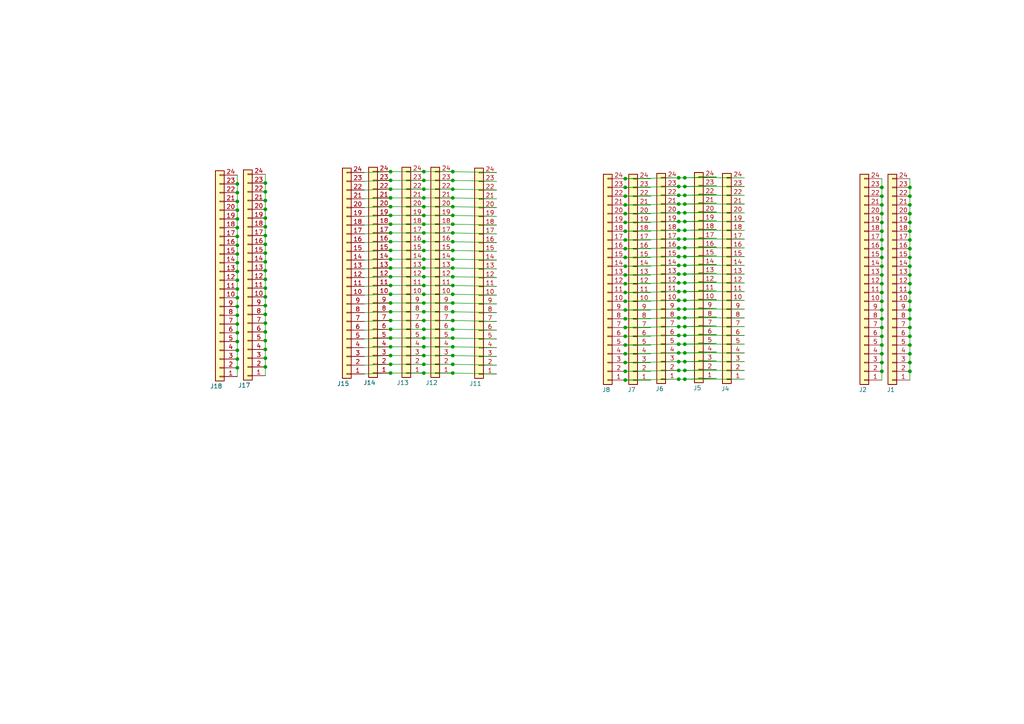
<source format=kicad_sch>
(kicad_sch (version 20211123) (generator eeschema)
  (paper "A4")
  (lib_symbols
    (symbol "Connector_Generic:Conn_01x24" (pin_names (offset 1.016) hide)
      (property "Reference" "J" (at 0 30.48 0))
      (property "Value" "Conn_01x24" (at 0 -33.02 0))
      (symbol "Conn_01x24_1_1"
        (rectangle (start -1.27 -30.353) (end 0 -30.607) (stroke (width 0.1524)))
        (rectangle (start -1.27 -27.813) (end 0 -28.067) (stroke (width 0.1524)))
        (rectangle (start -1.27 -25.273) (end 0 -25.527) (stroke (width 0.1524)))
        (rectangle (start -1.27 -22.733) (end 0 -22.987) (stroke (width 0.1524)))
        (rectangle (start -1.27 -20.193) (end 0 -20.447) (stroke (width 0.1524)))
        (rectangle (start -1.27 -17.653) (end 0 -17.907) (stroke (width 0.1524)))
        (rectangle (start -1.27 -15.113) (end 0 -15.367) (stroke (width 0.1524)))
        (rectangle (start -1.27 -12.573) (end 0 -12.827) (stroke (width 0.1524)))
        (rectangle (start -1.27 -10.033) (end 0 -10.287) (stroke (width 0.1524)))
        (rectangle (start -1.27 -7.493) (end 0 -7.747) (stroke (width 0.1524)))
        (rectangle (start -1.27 -4.953) (end 0 -5.207) (stroke (width 0.1524)))
        (rectangle (start -1.27 -2.413) (end 0 -2.667) (stroke (width 0.1524)))
        (rectangle (start -1.27 0.127) (end 0 -0.127) (stroke (width 0.1524)))
        (rectangle (start -1.27 2.667) (end 0 2.413) (stroke (width 0.1524)))
        (rectangle (start -1.27 5.207) (end 0 4.953) (stroke (width 0.1524)))
        (rectangle (start -1.27 7.747) (end 0 7.493) (stroke (width 0.1524)))
        (rectangle (start -1.27 10.287) (end 0 10.033) (stroke (width 0.1524)))
        (rectangle (start -1.27 12.827) (end 0 12.573) (stroke (width 0.1524)))
        (rectangle (start -1.27 15.367) (end 0 15.113) (stroke (width 0.1524)))
        (rectangle (start -1.27 17.907) (end 0 17.653) (stroke (width 0.1524)))
        (rectangle (start -1.27 20.447) (end 0 20.193) (stroke (width 0.1524)))
        (rectangle (start -1.27 22.987) (end 0 22.733) (stroke (width 0.1524)))
        (rectangle (start -1.27 25.527) (end 0 25.273) (stroke (width 0.1524)))
        (rectangle (start -1.27 28.067) (end 0 27.813) (stroke (width 0.1524)))
        (rectangle (start -1.27 29.21) (end 1.27 -31.75) (stroke (width 0.254)) (fill (type background)))
        (pin passive line (at -5.08 27.94 0) (length 3.81) (name "Pin_1") (number "1"))
        (pin passive line (at -5.08 5.08 0) (length 3.81) (name "Pin_10") (number "10"))
        (pin passive line (at -5.08 2.54 0) (length 3.81) (name "Pin_11") (number "11"))
        (pin passive line (at -5.08 0 0) (length 3.81) (name "Pin_12") (number "12"))
        (pin passive line (at -5.08 -2.54 0) (length 3.81) (name "Pin_13") (number "13"))
        (pin passive line (at -5.08 -5.08 0) (length 3.81) (name "Pin_14") (number "14"))
        (pin passive line (at -5.08 -7.62 0) (length 3.81) (name "Pin_15") (number "15"))
        (pin passive line (at -5.08 -10.16 0) (length 3.81) (name "Pin_16") (number "16"))
        (pin passive line (at -5.08 -12.7 0) (length 3.81) (name "Pin_17") (number "17"))
        (pin passive line (at -5.08 -15.24 0) (length 3.81) (name "Pin_18") (number "18"))
        (pin passive line (at -5.08 -17.78 0) (length 3.81) (name "Pin_19") (number "19"))
        (pin passive line (at -5.08 25.4 0) (length 3.81) (name "Pin_2") (number "2"))
        (pin passive line (at -5.08 -20.32 0) (length 3.81) (name "Pin_20") (number "20"))
        (pin passive line (at -5.08 -22.86 0) (length 3.81) (name "Pin_21") (number "21"))
        (pin passive line (at -5.08 -25.4 0) (length 3.81) (name "Pin_22") (number "22"))
        (pin passive line (at -5.08 -27.94 0) (length 3.81) (name "Pin_23") (number "23"))
        (pin passive line (at -5.08 -30.48 0) (length 3.81) (name "Pin_24") (number "24"))
        (pin passive line (at -5.08 22.86 0) (length 3.81) (name "Pin_3") (number "3"))
        (pin passive line (at -5.08 20.32 0) (length 3.81) (name "Pin_4") (number "4"))
        (pin passive line (at -5.08 17.78 0) (length 3.81) (name "Pin_5") (number "5"))
        (pin passive line (at -5.08 15.24 0) (length 3.81) (name "Pin_6") (number "6"))
        (pin passive line (at -5.08 12.7 0) (length 3.81) (name "Pin_7") (number "7"))
        (pin passive line (at -5.08 10.16 0) (length 3.81) (name "Pin_8") (number "8"))
        (pin passive line (at -5.08 7.62 0) (length 3.81) (name "Pin_9") (number "9"))
      )
    )
  )
  (junction (at 181.356 77.216))
  (junction (at 76.962 65.786))
  (junction (at 122.936 62.484))
  (junction (at 196.85 89.662))
  (junction (at 263.906 79.756))
  (junction (at 113.284 67.564))
  (junction (at 196.85 102.362))
  (junction (at 181.356 51.816))
  (junction (at 68.834 104.14))
  (junction (at 122.936 52.324))
  (junction (at 255.778 92.456))
  (junction (at 131.318 105.664))
  (junction (at 76.962 73.406))
  (junction (at 263.906 69.596))
  (junction (at 263.906 97.536))
  (junction (at 113.284 54.864))
  (junction (at 68.834 81.28))
  (junction (at 181.356 94.996))
  (junction (at 181.356 72.136))
  (junction (at 255.778 64.516))
  (junction (at 122.936 100.584))
  (junction (at 76.962 63.246))
  (junction (at 255.778 82.296))
  (junction (at 196.85 92.202))
  (junction (at 196.85 79.502))
  (junction (at 68.834 58.42))
  (junction (at 181.356 54.356))
  (junction (at 76.962 53.086))
  (junction (at 255.778 72.136))
  (junction (at 113.284 72.644))
  (junction (at 76.962 101.346))
  (junction (at 198.628 66.802))
  (junction (at 76.962 78.486))
  (junction (at 131.318 82.804))
  (junction (at 76.962 86.106))
  (junction (at 263.906 77.216))
  (junction (at 68.834 60.96))
  (junction (at 263.906 102.616))
  (junction (at 255.778 97.536))
  (junction (at 196.85 59.182))
  (junction (at 122.936 108.204))
  (junction (at 76.962 88.646))
  (junction (at 181.356 64.516))
  (junction (at 255.778 61.976))
  (junction (at 181.356 84.836))
  (junction (at 198.628 97.282))
  (junction (at 113.284 108.204))
  (junction (at 122.936 59.944))
  (junction (at 122.936 92.964))
  (junction (at 181.356 74.676))
  (junction (at 122.936 67.564))
  (junction (at 198.628 54.102))
  (junction (at 263.906 82.296))
  (junction (at 113.284 87.884))
  (junction (at 113.284 70.104))
  (junction (at 255.778 54.356))
  (junction (at 181.356 87.376))
  (junction (at 113.284 59.944))
  (junction (at 76.962 103.886))
  (junction (at 113.284 62.484))
  (junction (at 198.628 99.822))
  (junction (at 122.936 105.664))
  (junction (at 181.356 105.156))
  (junction (at 198.628 51.562))
  (junction (at 122.936 65.024))
  (junction (at 263.906 61.976))
  (junction (at 113.284 85.344))
  (junction (at 196.85 76.962))
  (junction (at 196.85 82.042))
  (junction (at 198.628 82.042))
  (junction (at 113.284 75.184))
  (junction (at 113.284 80.264))
  (junction (at 76.962 58.166))
  (junction (at 255.778 74.676))
  (junction (at 76.962 98.806))
  (junction (at 255.778 84.836))
  (junction (at 198.628 59.182))
  (junction (at 131.318 54.864))
  (junction (at 198.628 84.582))
  (junction (at 196.85 69.342))
  (junction (at 181.356 107.696))
  (junction (at 113.284 57.404))
  (junction (at 196.85 71.882))
  (junction (at 198.628 79.502))
  (junction (at 181.356 61.976))
  (junction (at 263.906 72.136))
  (junction (at 198.628 92.202))
  (junction (at 181.356 97.536))
  (junction (at 131.318 72.644))
  (junction (at 68.834 53.34))
  (junction (at 68.834 76.2))
  (junction (at 131.318 62.484))
  (junction (at 198.628 94.742))
  (junction (at 196.85 51.562))
  (junction (at 263.906 67.056))
  (junction (at 196.85 97.282))
  (junction (at 255.778 94.996))
  (junction (at 198.628 61.722))
  (junction (at 181.356 56.896))
  (junction (at 196.85 56.642))
  (junction (at 68.834 66.04))
  (junction (at 255.778 89.916))
  (junction (at 122.936 90.424))
  (junction (at 68.834 55.88))
  (junction (at 196.85 87.122))
  (junction (at 198.628 87.122))
  (junction (at 76.962 60.706))
  (junction (at 255.778 105.156))
  (junction (at 76.962 83.566))
  (junction (at 122.936 85.344))
  (junction (at 131.318 65.024))
  (junction (at 196.85 99.822))
  (junction (at 113.284 92.964))
  (junction (at 122.936 70.104))
  (junction (at 131.318 75.184))
  (junction (at 76.962 93.726))
  (junction (at 68.834 106.68))
  (junction (at 113.284 98.044))
  (junction (at 76.962 55.626))
  (junction (at 263.906 92.456))
  (junction (at 68.834 68.58))
  (junction (at 76.962 81.026))
  (junction (at 131.318 108.204))
  (junction (at 198.628 56.642))
  (junction (at 131.318 92.964))
  (junction (at 122.936 49.784))
  (junction (at 68.834 93.98))
  (junction (at 263.906 54.356))
  (junction (at 122.936 103.124))
  (junction (at 131.318 57.404))
  (junction (at 181.356 82.296))
  (junction (at 181.356 110.236))
  (junction (at 122.936 95.504))
  (junction (at 122.936 57.404))
  (junction (at 263.906 105.156))
  (junction (at 198.628 102.362))
  (junction (at 181.356 102.616))
  (junction (at 68.834 63.5))
  (junction (at 181.356 79.756))
  (junction (at 113.284 105.664))
  (junction (at 131.318 52.324))
  (junction (at 131.318 90.424))
  (junction (at 131.318 80.264))
  (junction (at 198.628 64.262))
  (junction (at 131.318 49.784))
  (junction (at 196.85 109.982))
  (junction (at 68.834 73.66))
  (junction (at 76.962 70.866))
  (junction (at 196.85 74.422))
  (junction (at 68.834 83.82))
  (junction (at 113.284 49.784))
  (junction (at 255.778 67.056))
  (junction (at 255.778 59.436))
  (junction (at 131.318 87.884))
  (junction (at 263.906 64.516))
  (junction (at 122.936 54.864))
  (junction (at 263.906 100.076))
  (junction (at 68.834 88.9))
  (junction (at 68.834 91.44))
  (junction (at 263.906 89.916))
  (junction (at 181.356 69.596))
  (junction (at 196.85 54.102))
  (junction (at 131.318 100.584))
  (junction (at 122.936 98.044))
  (junction (at 131.318 103.124))
  (junction (at 263.906 87.376))
  (junction (at 131.318 85.344))
  (junction (at 263.906 74.676))
  (junction (at 255.778 100.076))
  (junction (at 131.318 59.944))
  (junction (at 76.962 96.266))
  (junction (at 131.318 77.724))
  (junction (at 255.778 77.216))
  (junction (at 76.962 68.326))
  (junction (at 255.778 107.696))
  (junction (at 113.284 77.724))
  (junction (at 255.778 102.616))
  (junction (at 68.834 99.06))
  (junction (at 113.284 52.324))
  (junction (at 113.284 103.124))
  (junction (at 198.628 69.342))
  (junction (at 196.85 61.722))
  (junction (at 263.906 94.996))
  (junction (at 196.85 104.902))
  (junction (at 196.85 64.262))
  (junction (at 198.628 71.882))
  (junction (at 122.936 87.884))
  (junction (at 131.318 70.104))
  (junction (at 113.284 100.584))
  (junction (at 263.906 107.696))
  (junction (at 122.936 77.724))
  (junction (at 122.936 80.264))
  (junction (at 181.356 100.076))
  (junction (at 196.85 84.582))
  (junction (at 181.356 89.916))
  (junction (at 113.284 95.504))
  (junction (at 255.778 69.596))
  (junction (at 76.962 91.186))
  (junction (at 181.356 59.436))
  (junction (at 68.834 71.12))
  (junction (at 131.318 67.564))
  (junction (at 113.284 65.024))
  (junction (at 198.628 76.962))
  (junction (at 68.834 96.52))
  (junction (at 255.778 56.896))
  (junction (at 263.906 84.836))
  (junction (at 198.628 74.422))
  (junction (at 198.628 109.982))
  (junction (at 263.906 56.896))
  (junction (at 76.962 75.946))
  (junction (at 196.85 107.442))
  (junction (at 196.85 66.802))
  (junction (at 68.834 101.6))
  (junction (at 198.628 104.902))
  (junction (at 113.284 82.804))
  (junction (at 198.628 89.662))
  (junction (at 196.85 94.742))
  (junction (at 122.936 75.184))
  (junction (at 68.834 86.36))
  (junction (at 76.962 106.426))
  (junction (at 181.356 92.456))
  (junction (at 181.356 67.056))
  (junction (at 68.834 78.74))
  (junction (at 131.318 95.504))
  (junction (at 263.906 59.436))
  (junction (at 113.284 90.424))
  (junction (at 255.778 79.756))
  (junction (at 255.778 87.376))
  (junction (at 122.936 82.804))
  (junction (at 122.936 72.644))
  (junction (at 131.318 98.044))
  (junction (at 198.628 107.442))
  (wire (pts (xy 188.722 102.616) (xy 181.356 102.616)))
  (wire (pts (xy 263.906 100.076) (xy 263.906 102.616)))
  (wire (pts (xy 68.834 55.88) (xy 68.834 58.42)))
  (wire (pts (xy 188.722 89.916) (xy 181.356 89.916)))
  (wire (pts (xy 131.318 105.664) (xy 122.936 105.664)))
  (wire (pts (xy 113.284 70.104) (xy 105.664 70.358)))
  (wire (pts (xy 255.778 84.836) (xy 255.778 87.376)))
  (wire (pts (xy 263.906 94.996) (xy 263.906 97.536)))
  (wire (pts (xy 215.9 61.722) (xy 198.628 61.722)))
  (wire (pts (xy 131.318 52.324) (xy 122.936 52.324)))
  (wire (pts (xy 196.85 61.722) (xy 198.628 61.722)))
  (wire (pts (xy 188.722 54.356) (xy 181.356 54.356)))
  (wire (pts (xy 131.318 80.264) (xy 122.936 80.264)))
  (wire (pts (xy 113.284 105.664) (xy 105.664 105.918)))
  (wire (pts (xy 196.85 94.742) (xy 198.628 94.742)))
  (wire (pts (xy 181.356 82.296) (xy 196.85 82.042)))
  (wire (pts (xy 144.018 105.918) (xy 131.318 105.664)))
  (wire (pts (xy 113.284 92.964) (xy 122.936 92.964)))
  (wire (pts (xy 113.284 82.804) (xy 105.664 83.058)))
  (wire (pts (xy 188.722 100.076) (xy 181.356 100.076)))
  (wire (pts (xy 76.962 78.486) (xy 76.962 81.026)))
  (wire (pts (xy 196.85 69.342) (xy 198.628 69.342)))
  (wire (pts (xy 131.318 98.044) (xy 122.936 98.044)))
  (wire (pts (xy 144.018 80.518) (xy 131.318 80.264)))
  (wire (pts (xy 113.284 80.264) (xy 122.936 80.264)))
  (wire (pts (xy 215.9 94.742) (xy 198.628 94.742)))
  (wire (pts (xy 215.9 99.822) (xy 198.628 99.822)))
  (wire (pts (xy 255.778 92.456) (xy 255.778 94.996)))
  (wire (pts (xy 196.85 54.102) (xy 198.628 54.102)))
  (wire (pts (xy 68.834 68.58) (xy 68.834 71.12)))
  (wire (pts (xy 131.318 57.404) (xy 122.936 57.404)))
  (wire (pts (xy 263.906 77.216) (xy 263.906 79.756)))
  (wire (pts (xy 207.772 71.628) (xy 198.628 71.882)))
  (wire (pts (xy 188.722 92.456) (xy 181.356 92.456)))
  (wire (pts (xy 263.906 79.756) (xy 263.906 82.296)))
  (wire (pts (xy 196.85 79.502) (xy 198.628 79.502)))
  (wire (pts (xy 131.318 70.104) (xy 122.936 70.104)))
  (wire (pts (xy 207.772 74.168) (xy 198.628 74.422)))
  (wire (pts (xy 144.018 103.378) (xy 131.318 103.124)))
  (wire (pts (xy 207.772 86.868) (xy 198.628 87.122)))
  (wire (pts (xy 215.9 92.202) (xy 198.628 92.202)))
  (wire (pts (xy 255.778 97.536) (xy 255.778 100.076)))
  (wire (pts (xy 188.722 87.376) (xy 181.356 87.376)))
  (wire (pts (xy 207.772 53.848) (xy 198.628 54.102)))
  (wire (pts (xy 144.018 67.818) (xy 131.318 67.564)))
  (wire (pts (xy 113.284 62.484) (xy 122.936 62.484)))
  (wire (pts (xy 113.284 75.184) (xy 122.936 75.184)))
  (wire (pts (xy 113.284 108.204) (xy 105.664 108.458)))
  (wire (pts (xy 207.772 109.728) (xy 198.628 109.982)))
  (wire (pts (xy 181.356 77.216) (xy 196.85 76.962)))
  (wire (pts (xy 215.9 51.562) (xy 198.628 51.562)))
  (wire (pts (xy 263.906 102.616) (xy 263.906 105.156)))
  (wire (pts (xy 76.962 55.626) (xy 76.962 58.166)))
  (wire (pts (xy 215.9 97.282) (xy 198.628 97.282)))
  (wire (pts (xy 215.9 69.342) (xy 198.628 69.342)))
  (wire (pts (xy 215.9 71.882) (xy 198.628 71.882)))
  (wire (pts (xy 68.834 76.2) (xy 68.834 78.74)))
  (wire (pts (xy 188.722 82.296) (xy 181.356 82.296)))
  (wire (pts (xy 144.018 77.978) (xy 131.318 77.724)))
  (wire (pts (xy 263.906 74.676) (xy 263.906 77.216)))
  (wire (pts (xy 113.284 103.124) (xy 105.664 103.378)))
  (wire (pts (xy 188.722 77.216) (xy 181.356 77.216)))
  (wire (pts (xy 196.85 87.122) (xy 198.628 87.122)))
  (wire (pts (xy 263.906 67.056) (xy 263.906 69.596)))
  (wire (pts (xy 76.962 60.706) (xy 76.962 63.246)))
  (wire (pts (xy 255.778 74.676) (xy 255.778 77.216)))
  (wire (pts (xy 131.318 108.204) (xy 122.936 108.204)))
  (wire (pts (xy 196.85 94.742) (xy 181.356 94.996)))
  (wire (pts (xy 144.018 108.458) (xy 131.318 108.204)))
  (wire (pts (xy 263.906 87.376) (xy 263.906 89.916)))
  (wire (pts (xy 76.962 98.806) (xy 76.962 101.346)))
  (wire (pts (xy 76.962 101.346) (xy 76.962 103.886)))
  (wire (pts (xy 207.772 58.928) (xy 198.628 59.182)))
  (wire (pts (xy 76.962 106.426) (xy 76.962 108.966)))
  (wire (pts (xy 68.834 93.98) (xy 68.834 96.52)))
  (wire (pts (xy 196.85 87.122) (xy 181.356 87.376)))
  (wire (pts (xy 113.284 49.784) (xy 105.664 50.038)))
  (wire (pts (xy 255.778 79.756) (xy 255.778 82.296)))
  (wire (pts (xy 131.318 54.864) (xy 122.936 54.864)))
  (wire (pts (xy 131.318 77.724) (xy 122.936 77.724)))
  (wire (pts (xy 196.85 97.282) (xy 181.356 97.536)))
  (wire (pts (xy 68.834 86.36) (xy 68.834 88.9)))
  (wire (pts (xy 144.018 100.838) (xy 131.318 100.584)))
  (wire (pts (xy 113.284 75.184) (xy 105.664 75.438)))
  (wire (pts (xy 255.778 102.616) (xy 255.778 105.156)))
  (wire (pts (xy 188.722 64.516) (xy 181.356 64.516)))
  (wire (pts (xy 131.318 49.784) (xy 122.936 49.784)))
  (wire (pts (xy 113.284 77.724) (xy 122.936 77.724)))
  (wire (pts (xy 196.85 99.822) (xy 181.356 100.076)))
  (wire (pts (xy 144.018 88.138) (xy 131.318 87.884)))
  (wire (pts (xy 113.284 80.264) (xy 105.664 80.518)))
  (wire (pts (xy 113.284 87.884) (xy 105.664 88.138)))
  (wire (pts (xy 131.318 62.484) (xy 122.936 62.484)))
  (wire (pts (xy 113.284 72.644) (xy 122.936 72.644)))
  (wire (pts (xy 68.834 63.5) (xy 68.834 66.04)))
  (wire (pts (xy 207.772 84.328) (xy 198.628 84.582)))
  (wire (pts (xy 181.356 89.916) (xy 196.85 89.662)))
  (wire (pts (xy 144.018 75.438) (xy 131.318 75.184)))
  (wire (pts (xy 113.284 85.344) (xy 105.664 85.598)))
  (wire (pts (xy 113.284 90.424) (xy 122.936 90.424)))
  (wire (pts (xy 68.834 66.04) (xy 68.834 68.58)))
  (wire (pts (xy 207.772 76.708) (xy 198.628 76.962)))
  (wire (pts (xy 113.284 100.584) (xy 105.664 100.838)))
  (wire (pts (xy 196.85 84.582) (xy 181.356 84.836)))
  (wire (pts (xy 196.85 76.962) (xy 198.628 76.962)))
  (wire (pts (xy 263.906 69.596) (xy 263.906 72.136)))
  (wire (pts (xy 131.318 67.564) (xy 122.936 67.564)))
  (wire (pts (xy 255.778 94.996) (xy 255.778 97.536)))
  (wire (pts (xy 113.284 54.864) (xy 105.664 55.118)))
  (wire (pts (xy 196.85 64.262) (xy 198.628 64.262)))
  (wire (pts (xy 196.85 71.882) (xy 198.628 71.882)))
  (wire (pts (xy 188.722 59.436) (xy 181.356 59.436)))
  (wire (pts (xy 215.9 82.042) (xy 198.628 82.042)))
  (wire (pts (xy 207.772 91.948) (xy 198.628 92.202)))
  (wire (pts (xy 76.962 50.546) (xy 76.962 53.086)))
  (wire (pts (xy 144.018 95.758) (xy 131.318 95.504)))
  (wire (pts (xy 196.85 107.442) (xy 198.628 107.442)))
  (wire (pts (xy 196.85 89.662) (xy 198.628 89.662)))
  (wire (pts (xy 215.9 64.262) (xy 198.628 64.262)))
  (wire (pts (xy 188.722 79.756) (xy 181.356 79.756)))
  (wire (pts (xy 131.318 65.024) (xy 122.936 65.024)))
  (wire (pts (xy 113.284 65.024) (xy 122.936 65.024)))
  (wire (pts (xy 144.018 65.278) (xy 131.318 65.024)))
  (wire (pts (xy 215.9 79.502) (xy 198.628 79.502)))
  (wire (pts (xy 207.772 61.468) (xy 198.628 61.722)))
  (wire (pts (xy 188.722 94.996) (xy 181.356 94.996)))
  (wire (pts (xy 196.85 104.902) (xy 181.356 105.156)))
  (wire (pts (xy 68.834 104.14) (xy 68.834 106.68)))
  (wire (pts (xy 215.9 87.122) (xy 198.628 87.122)))
  (wire (pts (xy 263.906 59.436) (xy 263.906 61.976)))
  (wire (pts (xy 68.834 96.52) (xy 68.834 99.06)))
  (wire (pts (xy 181.356 54.356) (xy 196.85 54.102)))
  (wire (pts (xy 113.284 54.864) (xy 122.936 54.864)))
  (wire (pts (xy 255.778 61.976) (xy 255.778 64.516)))
  (wire (pts (xy 131.318 59.944) (xy 122.936 59.944)))
  (wire (pts (xy 263.906 92.456) (xy 263.906 94.996)))
  (wire (pts (xy 113.284 95.504) (xy 105.664 95.758)))
  (wire (pts (xy 215.9 76.962) (xy 198.628 76.962)))
  (wire (pts (xy 207.772 97.028) (xy 198.628 97.282)))
  (wire (pts (xy 144.018 83.058) (xy 131.318 82.804)))
  (wire (pts (xy 113.284 59.944) (xy 105.664 60.198)))
  (wire (pts (xy 196.85 104.902) (xy 198.628 104.902)))
  (wire (pts (xy 76.962 58.166) (xy 76.962 60.706)))
  (wire (pts (xy 255.778 72.136) (xy 255.778 74.676)))
  (wire (pts (xy 113.284 87.884) (xy 122.936 87.884)))
  (wire (pts (xy 68.834 60.96) (xy 68.834 63.5)))
  (wire (pts (xy 196.85 59.182) (xy 198.628 59.182)))
  (wire (pts (xy 188.722 67.056) (xy 181.356 67.056)))
  (wire (pts (xy 68.834 81.28) (xy 68.834 83.82)))
  (wire (pts (xy 113.284 92.964) (xy 105.664 93.218)))
  (wire (pts (xy 188.722 105.156) (xy 181.356 105.156)))
  (wire (pts (xy 196.85 97.282) (xy 198.628 97.282)))
  (wire (pts (xy 255.778 59.436) (xy 255.778 61.976)))
  (wire (pts (xy 207.772 94.488) (xy 198.628 94.742)))
  (wire (pts (xy 207.772 69.088) (xy 198.628 69.342)))
  (wire (pts (xy 207.772 102.108) (xy 198.628 102.362)))
  (wire (pts (xy 207.772 66.548) (xy 198.628 66.802)))
  (wire (pts (xy 255.778 64.516) (xy 255.778 67.056)))
  (wire (pts (xy 263.906 61.976) (xy 263.906 64.516)))
  (wire (pts (xy 255.778 100.076) (xy 255.778 102.616)))
  (wire (pts (xy 255.778 87.376) (xy 255.778 89.916)))
  (wire (pts (xy 68.834 71.12) (xy 68.834 73.66)))
  (wire (pts (xy 113.284 85.344) (xy 122.936 85.344)))
  (wire (pts (xy 263.906 89.916) (xy 263.906 92.456)))
  (wire (pts (xy 196.85 107.442) (xy 181.356 107.696)))
  (wire (pts (xy 263.906 64.516) (xy 263.906 67.056)))
  (wire (pts (xy 68.834 99.06) (xy 68.834 101.6)))
  (wire (pts (xy 215.9 66.802) (xy 198.628 66.802)))
  (wire (pts (xy 113.284 59.944) (xy 122.936 59.944)))
  (wire (pts (xy 255.778 77.216) (xy 255.778 79.756)))
  (wire (pts (xy 76.962 88.646) (xy 76.962 91.186)))
  (wire (pts (xy 113.284 90.424) (xy 105.664 90.678)))
  (wire (pts (xy 76.962 83.566) (xy 76.962 86.106)))
  (wire (pts (xy 188.722 51.816) (xy 181.356 51.816)))
  (wire (pts (xy 76.962 73.406) (xy 76.962 75.946)))
  (wire (pts (xy 76.962 70.866) (xy 76.962 73.406)))
  (wire (pts (xy 188.722 84.836) (xy 181.356 84.836)))
  (wire (pts (xy 263.906 72.136) (xy 263.906 74.676)))
  (wire (pts (xy 188.722 69.596) (xy 181.356 69.596)))
  (wire (pts (xy 196.85 51.562) (xy 198.628 51.562)))
  (wire (pts (xy 76.962 81.026) (xy 76.962 83.566)))
  (wire (pts (xy 196.85 82.042) (xy 198.628 82.042)))
  (wire (pts (xy 76.962 96.266) (xy 76.962 98.806)))
  (wire (pts (xy 113.284 57.404) (xy 105.664 57.658)))
  (wire (pts (xy 263.906 84.836) (xy 263.906 87.376)))
  (wire (pts (xy 255.778 107.696) (xy 255.778 110.236)))
  (wire (pts (xy 144.018 52.578) (xy 131.318 52.324)))
  (wire (pts (xy 196.85 69.342) (xy 181.356 69.596)))
  (wire (pts (xy 263.906 82.296) (xy 263.906 84.836)))
  (wire (pts (xy 207.772 107.188) (xy 198.628 107.442)))
  (wire (pts (xy 68.834 88.9) (xy 68.834 91.44)))
  (wire (pts (xy 131.318 95.504) (xy 122.936 95.504)))
  (wire (pts (xy 207.772 99.568) (xy 198.628 99.822)))
  (wire (pts (xy 113.284 108.204) (xy 122.936 108.204)))
  (wire (pts (xy 215.9 54.102) (xy 198.628 54.102)))
  (wire (pts (xy 207.772 51.308) (xy 198.628 51.562)))
  (wire (pts (xy 113.284 52.324) (xy 122.936 52.324)))
  (wire (pts (xy 181.356 59.436) (xy 196.85 59.182)))
  (wire (pts (xy 188.722 74.676) (xy 181.356 74.676)))
  (wire (pts (xy 113.284 98.044) (xy 105.664 98.298)))
  (wire (pts (xy 255.778 69.596) (xy 255.778 72.136)))
  (wire (pts (xy 144.018 70.358) (xy 131.318 70.104)))
  (wire (pts (xy 68.834 91.44) (xy 68.834 93.98)))
  (wire (pts (xy 196.85 56.642) (xy 198.628 56.642)))
  (wire (pts (xy 207.772 81.788) (xy 198.628 82.042)))
  (wire (pts (xy 131.318 90.424) (xy 122.936 90.424)))
  (wire (pts (xy 196.85 61.722) (xy 181.356 61.976)))
  (wire (pts (xy 76.962 63.246) (xy 76.962 65.786)))
  (wire (pts (xy 255.778 56.896) (xy 255.778 59.436)))
  (wire (pts (xy 196.85 71.882) (xy 181.356 72.136)))
  (wire (pts (xy 144.018 62.738) (xy 131.318 62.484)))
  (wire (pts (xy 144.018 85.598) (xy 131.318 85.344)))
  (wire (pts (xy 215.9 89.662) (xy 198.628 89.662)))
  (wire (pts (xy 144.018 98.298) (xy 131.318 98.044)))
  (wire (pts (xy 255.778 82.296) (xy 255.778 84.836)))
  (wire (pts (xy 196.85 99.822) (xy 198.628 99.822)))
  (wire (pts (xy 196.85 64.262) (xy 181.356 64.516)))
  (wire (pts (xy 207.772 104.648) (xy 198.628 104.902)))
  (wire (pts (xy 207.772 56.388) (xy 198.628 56.642)))
  (wire (pts (xy 255.778 54.356) (xy 255.778 56.896)))
  (wire (pts (xy 113.284 57.404) (xy 122.936 57.404)))
  (wire (pts (xy 76.962 86.106) (xy 76.962 88.646)))
  (wire (pts (xy 263.906 107.696) (xy 263.906 110.236)))
  (wire (pts (xy 196.85 109.982) (xy 181.356 110.236)))
  (wire (pts (xy 181.356 67.056) (xy 196.85 66.802)))
  (wire (pts (xy 144.018 57.658) (xy 131.318 57.404)))
  (wire (pts (xy 196.85 66.802) (xy 198.628 66.802)))
  (wire (pts (xy 68.834 53.34) (xy 68.834 55.88)))
  (wire (pts (xy 68.834 78.74) (xy 68.834 81.28)))
  (wire (pts (xy 255.778 105.156) (xy 255.778 107.696)))
  (wire (pts (xy 181.356 51.816) (xy 196.85 51.562)))
  (wire (pts (xy 188.722 107.696) (xy 181.356 107.696)))
  (wire (pts (xy 215.9 102.362) (xy 198.628 102.362)))
  (wire (pts (xy 113.284 65.024) (xy 105.664 65.278)))
  (wire (pts (xy 68.834 50.8) (xy 68.834 53.34)))
  (wire (pts (xy 76.962 53.086) (xy 76.962 55.626)))
  (wire (pts (xy 131.318 87.884) (xy 122.936 87.884)))
  (wire (pts (xy 207.772 89.408) (xy 198.628 89.662)))
  (wire (pts (xy 181.356 79.756) (xy 196.85 79.502)))
  (wire (pts (xy 181.356 74.676) (xy 196.85 74.422)))
  (wire (pts (xy 196.85 102.362) (xy 181.356 102.616)))
  (wire (pts (xy 144.018 60.198) (xy 131.318 59.944)))
  (wire (pts (xy 68.834 58.42) (xy 68.834 60.96)))
  (wire (pts (xy 255.778 89.916) (xy 255.778 92.456)))
  (wire (pts (xy 68.834 106.68) (xy 68.834 109.22)))
  (wire (pts (xy 68.834 73.66) (xy 68.834 76.2)))
  (wire (pts (xy 76.962 65.786) (xy 76.962 68.326)))
  (wire (pts (xy 76.962 75.946) (xy 76.962 78.486)))
  (wire (pts (xy 196.85 92.202) (xy 198.628 92.202)))
  (wire (pts (xy 113.284 95.504) (xy 122.936 95.504)))
  (wire (pts (xy 263.906 56.896) (xy 263.906 59.436)))
  (wire (pts (xy 131.318 82.804) (xy 122.936 82.804)))
  (wire (pts (xy 196.85 92.202) (xy 181.356 92.456)))
  (wire (pts (xy 215.9 109.982) (xy 198.628 109.982)))
  (wire (pts (xy 113.284 72.644) (xy 105.664 72.898)))
  (wire (pts (xy 131.318 85.344) (xy 122.936 85.344)))
  (wire (pts (xy 113.284 52.324) (xy 105.664 52.578)))
  (wire (pts (xy 131.318 92.964) (xy 122.936 92.964)))
  (wire (pts (xy 144.018 50.038) (xy 131.318 49.784)))
  (wire (pts (xy 215.9 104.902) (xy 198.628 104.902)))
  (wire (pts (xy 131.318 75.184) (xy 122.936 75.184)))
  (wire (pts (xy 113.284 49.784) (xy 122.936 49.784)))
  (wire (pts (xy 113.284 82.804) (xy 122.936 82.804)))
  (wire (pts (xy 113.284 77.724) (xy 105.664 77.978)))
  (wire (pts (xy 113.284 103.124) (xy 122.936 103.124)))
  (wire (pts (xy 263.906 54.356) (xy 263.906 56.896)))
  (wire (pts (xy 113.284 62.484) (xy 105.664 62.738)))
  (wire (pts (xy 113.284 98.044) (xy 122.936 98.044)))
  (wire (pts (xy 113.284 67.564) (xy 122.936 67.564)))
  (wire (pts (xy 68.834 101.6) (xy 68.834 104.14)))
  (wire (pts (xy 131.318 72.644) (xy 122.936 72.644)))
  (wire (pts (xy 144.018 90.678) (xy 131.318 90.424)))
  (wire (pts (xy 255.778 67.056) (xy 255.778 69.596)))
  (wire (pts (xy 188.722 61.976) (xy 181.356 61.976)))
  (wire (pts (xy 188.722 72.136) (xy 181.356 72.136)))
  (wire (pts (xy 144.018 55.118) (xy 131.318 54.864)))
  (wire (pts (xy 76.962 103.886) (xy 76.962 106.426)))
  (wire (pts (xy 188.722 110.236) (xy 181.356 110.236)))
  (wire (pts (xy 76.962 93.726) (xy 76.962 96.266)))
  (wire (pts (xy 188.722 56.896) (xy 181.356 56.896)))
  (wire (pts (xy 131.318 100.584) (xy 122.936 100.584)))
  (wire (pts (xy 144.018 93.218) (xy 131.318 92.964)))
  (wire (pts (xy 263.906 105.156) (xy 263.906 107.696)))
  (wire (pts (xy 113.284 70.104) (xy 122.936 70.104)))
  (wire (pts (xy 196.85 109.982) (xy 198.628 109.982)))
  (wire (pts (xy 215.9 59.182) (xy 198.628 59.182)))
  (wire (pts (xy 113.284 100.584) (xy 122.936 100.584)))
  (wire (pts (xy 196.85 102.362) (xy 198.628 102.362)))
  (wire (pts (xy 181.356 56.896) (xy 196.85 56.642)))
  (wire (pts (xy 263.906 97.536) (xy 263.906 100.076)))
  (wire (pts (xy 255.778 51.816) (xy 255.778 54.356)))
  (wire (pts (xy 215.9 74.422) (xy 198.628 74.422)))
  (wire (pts (xy 196.85 84.582) (xy 198.628 84.582)))
  (wire (pts (xy 215.9 84.582) (xy 198.628 84.582)))
  (wire (pts (xy 144.018 72.898) (xy 131.318 72.644)))
  (wire (pts (xy 76.962 91.186) (xy 76.962 93.726)))
  (wire (pts (xy 188.722 97.536) (xy 181.356 97.536)))
  (wire (pts (xy 68.834 83.82) (xy 68.834 86.36)))
  (wire (pts (xy 215.9 56.642) (xy 198.628 56.642)))
  (wire (pts (xy 76.962 68.326) (xy 76.962 70.866)))
  (wire (pts (xy 215.9 107.442) (xy 198.628 107.442)))
  (wire (pts (xy 113.284 105.664) (xy 122.936 105.664)))
  (wire (pts (xy 207.772 64.008) (xy 198.628 64.262)))
  (wire (pts (xy 196.85 74.422) (xy 198.628 74.422)))
  (wire (pts (xy 207.772 79.248) (xy 198.628 79.502)))
  (wire (pts (xy 263.906 51.816) (xy 263.906 54.356)))
  (wire (pts (xy 113.284 67.564) (xy 105.664 67.818)))
  (wire (pts (xy 131.318 103.124) (xy 122.936 103.124)))
  (symbol (lib_id "Connector_Generic:Conn_01x24") (at 210.82 82.042 180) (unit 1)
    (property "Reference" "J4" (at 211.582 112.776 0) (effects (justify left)))
    (property "Value" "Conn_01x24" (effects hide))
    (property "Footprint" "A_Personal:Stripboard_1x24_P2.54mm_Vertical" (effects hide))
  )
  (symbol (lib_id "Connector_Generic:Conn_01x24") (at 71.882 81.026 180) (unit 1)
    (property "Reference" "J17" (at 72.644 111.76 0) (effects (justify left)))
    (property "Value" "Conn_01x24" (effects hide))
    (property "Footprint" "A_Personal:Stripboard_1x24_P2.54mm_Vertical" (effects hide))
  )
  (symbol (lib_id "Connector_Generic:Conn_01x24") (at 63.754 81.28 180) (unit 1)
    (property "Reference" "J18" (at 64.516 112.014 0) (effects (justify left)))
    (property "Value" "Conn_01x24" (effects hide))
    (property "Footprint" "A_Personal:Stripboard_1x24_P2.54mm_Vertical" (effects hide))
  )
  (symbol (lib_id "Connector_Generic:Conn_01x24") (at 176.276 82.296 180) (unit 1)
    (property "Reference" "J8" (at 177.038 113.03 0) (effects (justify left)))
    (property "Value" "Conn_01x24" (effects hide))
    (property "Footprint" "A_Personal:Stripboard_1x24_P2.54mm_Vertical" (effects hide))
  )
  (symbol (lib_id "Connector_Generic:Conn_01x24") (at 100.584 80.518 180) (unit 1)
    (property "Reference" "J15" (at 101.346 111.252 0) (effects (justify left)))
    (property "Value" "Conn_01x24" (effects hide))
    (property "Footprint" "A_Personal:Stripboard_1x24_P2.54mm_Vertical" (effects hide))
  )
  (symbol (lib_id "Connector_Generic:Conn_01x24") (at 250.698 82.296 180) (unit 1)
    (property "Reference" "J2" (at 251.46 113.03 0) (effects (justify left)))
    (property "Value" "Conn_01x24" (effects hide))
    (property "Footprint" "A_Personal:Stripboard_1x24_P2.54mm_Vertical" (effects hide))
  )
  (symbol (lib_id "Connector_Generic:Conn_01x24") (at 191.77 82.042 180) (unit 1)
    (property "Reference" "J6" (at 192.532 112.776 0) (effects (justify left)))
    (property "Value" "Conn_01x24" (effects hide))
    (property "Footprint" "A_Personal:Stripboard_1x24_P2.54mm_Vertical" (effects hide))
  )
  (symbol (lib_id "Connector_Generic:Conn_01x24") (at 183.642 82.296 180) (unit 1)
    (property "Reference" "J7" (at 184.404 113.03 0) (effects (justify left)))
    (property "Value" "Conn_01x24" (effects hide))
    (property "Footprint" "A_Personal:Stripboard_1x24_P2.54mm_Vertical" (effects hide))
  )
  (symbol (lib_id "Connector_Generic:Conn_01x24") (at 108.204 80.264 180) (unit 1)
    (property "Reference" "J14" (at 108.966 110.998 0) (effects (justify left)))
    (property "Value" "Conn_01x24" (effects hide))
    (property "Footprint" "A_Personal:Stripboard_1x24_P2.54mm_Vertical" (effects hide))
  )
  (symbol (lib_id "Connector_Generic:Conn_01x24") (at 126.238 80.264 180) (unit 1)
    (property "Reference" "J12" (at 127 110.998 0) (effects (justify left)))
    (property "Value" "Conn_01x24" (effects hide))
    (property "Footprint" "A_Personal:Stripboard_1x24_P2.54mm_Vertical" (effects hide))
  )
  (symbol (lib_id "Connector_Generic:Conn_01x24") (at 138.938 80.518 180) (unit 1)
    (property "Reference" "J11" (at 139.7 111.252 0) (effects (justify left)))
    (property "Value" "Conn_01x24" (effects hide))
    (property "Footprint" "A_Personal:Stripboard_1x24_P2.54mm_Vertical" (effects hide))
  )
  (symbol (lib_id "Connector_Generic:Conn_01x24") (at 258.826 82.296 180) (unit 1)
    (property "Reference" "J1" (at 259.588 113.03 0) (effects (justify left)))
    (property "Value" "Conn_01x24" (effects hide))
    (property "Footprint" "A_Personal:Stripboard_1x24_P2.54mm_Vertical" (effects hide))
  )
  (symbol (lib_id "Connector_Generic:Conn_01x24") (at 117.856 80.264 180) (unit 1)
    (property "Reference" "J13" (at 118.618 110.998 0) (effects (justify left)))
    (property "Value" "Conn_01x24" (effects hide))
    (property "Footprint" "A_Personal:Stripboard_1x24_P2.54mm_Vertical" (effects hide))
  )
  (symbol (lib_id "Connector_Generic:Conn_01x24") (at 202.692 81.788 180) (unit 1)
    (property "Reference" "J5" (at 203.454 112.522 0) (effects (justify left)))
    (property "Value" "Conn_01x24" (effects hide))
    (property "Footprint" "A_Personal:Stripboard_1x24_P2.54mm_Vertical" (effects hide))
  )
)
</source>
